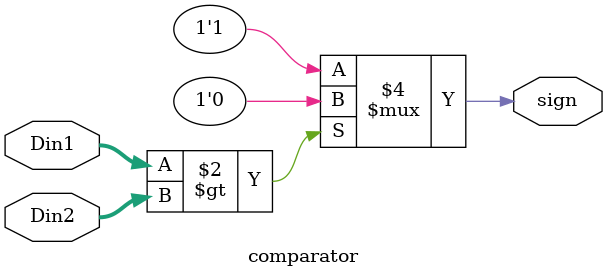
<source format=v>
module comparator(sign, Din1, Din2);

input [7:0] Din1,Din2;
output reg sign;

always @ (Din1 or Din2)
    begin
        sign = 1'b0;
        if(Din1 > Din2)
            sign = 1'b0;
        else
            sign = 1'b1;
    end
endmodule

</source>
